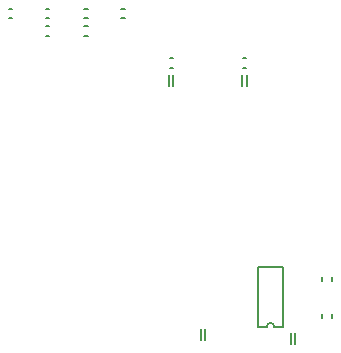
<source format=gbo>
G04 Layer_Color=32896*
%FSLAX24Y24*%
%MOIN*%
G70*
G01*
G75*
%ADD27C,0.0079*%
%ADD28C,0.0050*%
D27*
X14141Y813D02*
G03*
X13891Y813I-125J0D01*
G01*
X13587D02*
X13891D01*
X13587D02*
Y2813D01*
X14445D01*
X14141Y813D02*
X14445D01*
Y2813D01*
D28*
X10629Y8828D02*
Y9203D01*
X10769Y8828D02*
Y9203D01*
X7814Y10509D02*
X7934D01*
X7814Y10829D02*
X7934D01*
X6515Y10509D02*
X6635D01*
X6515Y10829D02*
X6635D01*
X9034Y11100D02*
X9154D01*
X9034Y11420D02*
X9154D01*
X5294Y11100D02*
X5414D01*
X5294Y11420D02*
X5414D01*
X7814Y11100D02*
X7934D01*
X7814Y11420D02*
X7934D01*
X6515Y11100D02*
X6635D01*
X6515Y11420D02*
X6635D01*
X11842Y364D02*
Y739D01*
X11702Y364D02*
Y739D01*
X14694Y246D02*
Y621D01*
X14834Y246D02*
Y621D01*
X15746Y1121D02*
Y1241D01*
X16066Y1121D02*
Y1241D01*
X15746Y2342D02*
Y2462D01*
X16066Y2342D02*
Y2462D01*
X13080Y8828D02*
Y9203D01*
X13220Y8828D02*
Y9203D01*
X10649Y9446D02*
X10769D01*
X10649Y9766D02*
X10769D01*
X13090Y9446D02*
X13210D01*
X13090Y9766D02*
X13210D01*
M02*

</source>
